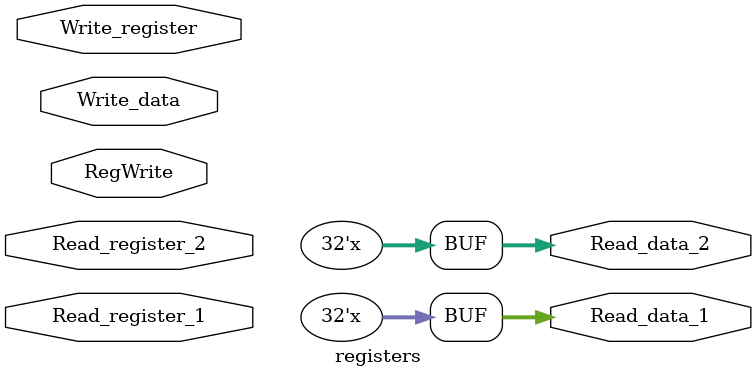
<source format=sv>
module registers #(parameter BIT_WIDTH=32,parameter REG_BIT_WIDTH=5) (
    input RegWrite,
    input [REG_BIT_WIDTH-1:0] Read_register_1,
    input [REG_BIT_WIDTH-1:0] Read_register_2,
    input [REG_BIT_WIDTH-1:0] Write_register,
    input [BIT_WIDTH-1:0] Write_data,
    output logic [BIT_WIDTH-1:0] Read_data_1,
    output logic [BIT_WIDTH-1:0] Read_data_2
);

reg [BIT_WIDTH-1:0] MEM [REG_BIT_WIDTH-1:0];

always_comb begin
    Read_data_1 <= MEM[Read_register_1];
    Read_data_2 <= MEM[Read_register_2];
    MEM[Write_register] <= RegWrite ? Write_data : MEM[Write_register];
end


endmodule
</source>
